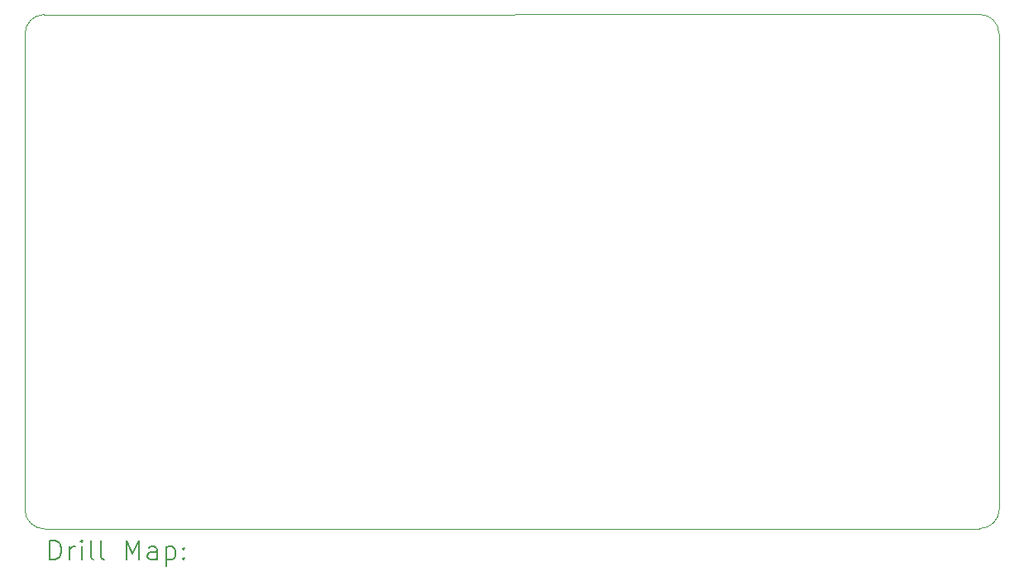
<source format=gbr>
%TF.GenerationSoftware,KiCad,Pcbnew,8.0.5*%
%TF.CreationDate,2024-11-05T14:17:20+01:00*%
%TF.ProjectId,spigate,73706967-6174-4652-9e6b-696361645f70,rev?*%
%TF.SameCoordinates,Original*%
%TF.FileFunction,Drillmap*%
%TF.FilePolarity,Positive*%
%FSLAX45Y45*%
G04 Gerber Fmt 4.5, Leading zero omitted, Abs format (unit mm)*
G04 Created by KiCad (PCBNEW 8.0.5) date 2024-11-05 14:17:20*
%MOMM*%
%LPD*%
G01*
G04 APERTURE LIST*
%ADD10C,0.100000*%
%ADD11C,0.050000*%
%ADD12C,0.200000*%
G04 APERTURE END LIST*
D10*
X10057459Y-6728773D02*
G75*
G02*
X10254661Y-6530400I197921J453D01*
G01*
X10255076Y-11798698D02*
G75*
G02*
X10056703Y-11601495I-456J197918D01*
G01*
D11*
X10255076Y-11798698D02*
X19828336Y-11797256D01*
D10*
X20031536Y-11594056D02*
G75*
G02*
X19828336Y-11797256I-203196J-4D01*
G01*
X20028392Y-6725952D02*
X20031536Y-11594056D01*
X10254661Y-6530400D02*
X19830019Y-6528747D01*
X10056703Y-11601495D02*
X10057459Y-6728773D01*
X19830019Y-6528747D02*
G75*
G02*
X20028392Y-6725952I461J-197913D01*
G01*
D12*
X10312480Y-12115182D02*
X10312480Y-11915182D01*
X10312480Y-11915182D02*
X10360099Y-11915182D01*
X10360099Y-11915182D02*
X10388670Y-11924706D01*
X10388670Y-11924706D02*
X10407718Y-11943753D01*
X10407718Y-11943753D02*
X10417242Y-11962801D01*
X10417242Y-11962801D02*
X10426766Y-12000896D01*
X10426766Y-12000896D02*
X10426766Y-12029468D01*
X10426766Y-12029468D02*
X10417242Y-12067563D01*
X10417242Y-12067563D02*
X10407718Y-12086610D01*
X10407718Y-12086610D02*
X10388670Y-12105658D01*
X10388670Y-12105658D02*
X10360099Y-12115182D01*
X10360099Y-12115182D02*
X10312480Y-12115182D01*
X10512480Y-12115182D02*
X10512480Y-11981849D01*
X10512480Y-12019944D02*
X10522004Y-12000896D01*
X10522004Y-12000896D02*
X10531527Y-11991372D01*
X10531527Y-11991372D02*
X10550575Y-11981849D01*
X10550575Y-11981849D02*
X10569623Y-11981849D01*
X10636289Y-12115182D02*
X10636289Y-11981849D01*
X10636289Y-11915182D02*
X10626766Y-11924706D01*
X10626766Y-11924706D02*
X10636289Y-11934230D01*
X10636289Y-11934230D02*
X10645813Y-11924706D01*
X10645813Y-11924706D02*
X10636289Y-11915182D01*
X10636289Y-11915182D02*
X10636289Y-11934230D01*
X10760099Y-12115182D02*
X10741051Y-12105658D01*
X10741051Y-12105658D02*
X10731527Y-12086610D01*
X10731527Y-12086610D02*
X10731527Y-11915182D01*
X10864861Y-12115182D02*
X10845813Y-12105658D01*
X10845813Y-12105658D02*
X10836289Y-12086610D01*
X10836289Y-12086610D02*
X10836289Y-11915182D01*
X11093432Y-12115182D02*
X11093432Y-11915182D01*
X11093432Y-11915182D02*
X11160099Y-12058039D01*
X11160099Y-12058039D02*
X11226765Y-11915182D01*
X11226765Y-11915182D02*
X11226765Y-12115182D01*
X11407718Y-12115182D02*
X11407718Y-12010420D01*
X11407718Y-12010420D02*
X11398194Y-11991372D01*
X11398194Y-11991372D02*
X11379146Y-11981849D01*
X11379146Y-11981849D02*
X11341051Y-11981849D01*
X11341051Y-11981849D02*
X11322004Y-11991372D01*
X11407718Y-12105658D02*
X11388670Y-12115182D01*
X11388670Y-12115182D02*
X11341051Y-12115182D01*
X11341051Y-12115182D02*
X11322004Y-12105658D01*
X11322004Y-12105658D02*
X11312480Y-12086610D01*
X11312480Y-12086610D02*
X11312480Y-12067563D01*
X11312480Y-12067563D02*
X11322004Y-12048515D01*
X11322004Y-12048515D02*
X11341051Y-12038991D01*
X11341051Y-12038991D02*
X11388670Y-12038991D01*
X11388670Y-12038991D02*
X11407718Y-12029468D01*
X11502956Y-11981849D02*
X11502956Y-12181849D01*
X11502956Y-11991372D02*
X11522004Y-11981849D01*
X11522004Y-11981849D02*
X11560099Y-11981849D01*
X11560099Y-11981849D02*
X11579146Y-11991372D01*
X11579146Y-11991372D02*
X11588670Y-12000896D01*
X11588670Y-12000896D02*
X11598194Y-12019944D01*
X11598194Y-12019944D02*
X11598194Y-12077087D01*
X11598194Y-12077087D02*
X11588670Y-12096134D01*
X11588670Y-12096134D02*
X11579146Y-12105658D01*
X11579146Y-12105658D02*
X11560099Y-12115182D01*
X11560099Y-12115182D02*
X11522004Y-12115182D01*
X11522004Y-12115182D02*
X11502956Y-12105658D01*
X11683908Y-12096134D02*
X11693432Y-12105658D01*
X11693432Y-12105658D02*
X11683908Y-12115182D01*
X11683908Y-12115182D02*
X11674385Y-12105658D01*
X11674385Y-12105658D02*
X11683908Y-12096134D01*
X11683908Y-12096134D02*
X11683908Y-12115182D01*
X11683908Y-11991372D02*
X11693432Y-12000896D01*
X11693432Y-12000896D02*
X11683908Y-12010420D01*
X11683908Y-12010420D02*
X11674385Y-12000896D01*
X11674385Y-12000896D02*
X11683908Y-11991372D01*
X11683908Y-11991372D02*
X11683908Y-12010420D01*
M02*

</source>
